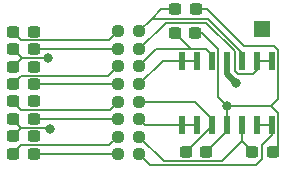
<source format=gtl>
G04 #@! TF.GenerationSoftware,KiCad,Pcbnew,(7.0.0)*
G04 #@! TF.CreationDate,2023-10-24T10:40:17-04:00*
G04 #@! TF.ProjectId,Adc Adapter,41646320-4164-4617-9074-65722e6b6963,rev?*
G04 #@! TF.SameCoordinates,Original*
G04 #@! TF.FileFunction,Copper,L1,Top*
G04 #@! TF.FilePolarity,Positive*
%FSLAX46Y46*%
G04 Gerber Fmt 4.6, Leading zero omitted, Abs format (unit mm)*
G04 Created by KiCad (PCBNEW (7.0.0)) date 2023-10-24 10:40:17*
%MOMM*%
%LPD*%
G01*
G04 APERTURE LIST*
G04 Aperture macros list*
%AMRoundRect*
0 Rectangle with rounded corners*
0 $1 Rounding radius*
0 $2 $3 $4 $5 $6 $7 $8 $9 X,Y pos of 4 corners*
0 Add a 4 corners polygon primitive as box body*
4,1,4,$2,$3,$4,$5,$6,$7,$8,$9,$2,$3,0*
0 Add four circle primitives for the rounded corners*
1,1,$1+$1,$2,$3*
1,1,$1+$1,$4,$5*
1,1,$1+$1,$6,$7*
1,1,$1+$1,$8,$9*
0 Add four rect primitives between the rounded corners*
20,1,$1+$1,$2,$3,$4,$5,0*
20,1,$1+$1,$4,$5,$6,$7,0*
20,1,$1+$1,$6,$7,$8,$9,0*
20,1,$1+$1,$8,$9,$2,$3,0*%
G04 Aperture macros list end*
G04 #@! TA.AperFunction,ComponentPad*
%ADD10RoundRect,0.237500X-0.300000X-0.237500X0.300000X-0.237500X0.300000X0.237500X-0.300000X0.237500X0*%
G04 #@! TD*
G04 #@! TA.AperFunction,SMDPad,CuDef*
%ADD11RoundRect,0.237500X-0.250000X-0.237500X0.250000X-0.237500X0.250000X0.237500X-0.250000X0.237500X0*%
G04 #@! TD*
G04 #@! TA.AperFunction,SMDPad,CuDef*
%ADD12RoundRect,0.237500X-0.300000X-0.237500X0.300000X-0.237500X0.300000X0.237500X-0.300000X0.237500X0*%
G04 #@! TD*
G04 #@! TA.AperFunction,SMDPad,CuDef*
%ADD13RoundRect,0.237500X0.250000X0.237500X-0.250000X0.237500X-0.250000X-0.237500X0.250000X-0.237500X0*%
G04 #@! TD*
G04 #@! TA.AperFunction,ComponentPad*
%ADD14R,1.350000X1.350000*%
G04 #@! TD*
G04 #@! TA.AperFunction,SMDPad,CuDef*
%ADD15R,0.550000X1.500000*%
G04 #@! TD*
G04 #@! TA.AperFunction,ViaPad*
%ADD16C,0.800000*%
G04 #@! TD*
G04 #@! TA.AperFunction,Conductor*
%ADD17C,0.152400*%
G04 #@! TD*
G04 #@! TA.AperFunction,Conductor*
%ADD18C,0.508000*%
G04 #@! TD*
G04 APERTURE END LIST*
D10*
X105919100Y-73124787D03*
X107644100Y-73124787D03*
X105919100Y-68705187D03*
X107644100Y-68705187D03*
D11*
X114786400Y-73188284D03*
X116611400Y-73188284D03*
D10*
X105919100Y-71651587D03*
X107644100Y-71651587D03*
D12*
X119609700Y-62915800D03*
X121334700Y-62915800D03*
D11*
X114786400Y-64240232D03*
X116611400Y-64240232D03*
D10*
X105919100Y-62812387D03*
X107644100Y-62812387D03*
D13*
X116611400Y-71696942D03*
X114786400Y-71696942D03*
D12*
X126162900Y-72999600D03*
X127887900Y-72999600D03*
X120549500Y-72999600D03*
X122274500Y-72999600D03*
D14*
X126949199Y-62585599D03*
D11*
X114786400Y-67222916D03*
X116611400Y-67222916D03*
D15*
X127838199Y-65270399D03*
X126568199Y-65270399D03*
X125298199Y-65270399D03*
X124028199Y-65270399D03*
X122758199Y-65270399D03*
X121488199Y-65270399D03*
X120218199Y-65270399D03*
X120218199Y-70670399D03*
X121488199Y-70670399D03*
X122758199Y-70670399D03*
X124028199Y-70670399D03*
X125298199Y-70670399D03*
X126568199Y-70670399D03*
X127838199Y-70670399D03*
D10*
X105919100Y-70178387D03*
X107644100Y-70178387D03*
D11*
X114786400Y-70205600D03*
X116611400Y-70205600D03*
D13*
X116611400Y-62748890D03*
X114786400Y-62748890D03*
X116611400Y-68714258D03*
X114786400Y-68714258D03*
X116611400Y-65731574D03*
X114786400Y-65731574D03*
D10*
X105919100Y-64285587D03*
X107644100Y-64285587D03*
X105919100Y-65758787D03*
X107644100Y-65758787D03*
D12*
X119635100Y-60909200D03*
X121360100Y-60909200D03*
D10*
X105919100Y-67231987D03*
X107644100Y-67231987D03*
D16*
X109067600Y-71018400D03*
X108889800Y-65049400D03*
X124028200Y-69088000D03*
X124815600Y-67183000D03*
D17*
X128341800Y-64359200D02*
X128341800Y-68484200D01*
X105919100Y-70178387D02*
X105919100Y-70244387D01*
X108997187Y-70947987D02*
X109067600Y-71018400D01*
X123261800Y-64871600D02*
X123261800Y-68321600D01*
X121360100Y-60909200D02*
X122351800Y-60909200D01*
X124028200Y-71245900D02*
X124028200Y-70670400D01*
X105919100Y-70244387D02*
X106622700Y-70947987D01*
X106622700Y-70947987D02*
X108997187Y-70947987D01*
X127738000Y-69088000D02*
X124028200Y-69088000D01*
X123261800Y-68321600D02*
X124028200Y-69088000D01*
X121334700Y-62915800D02*
X121885800Y-62915800D01*
X123261800Y-64291800D02*
X123261800Y-64871600D01*
X105919100Y-64340013D02*
X106628487Y-65049400D01*
X105919100Y-71651587D02*
X106622700Y-70947987D01*
X121885800Y-62915800D02*
X123261800Y-64291800D01*
X124028200Y-70670400D02*
X124028200Y-69088000D01*
X105919100Y-64285587D02*
X105919100Y-64340013D01*
X106628487Y-65049400D02*
X108889800Y-65049400D01*
X122274500Y-72999600D02*
X124028200Y-71245900D01*
X127887900Y-72999600D02*
X128341800Y-72545700D01*
X125425200Y-63982600D02*
X127965200Y-63982600D01*
X128341800Y-72545700D02*
X128341800Y-69691800D01*
X128341800Y-69691800D02*
X127738000Y-69088000D01*
X127965200Y-63982600D02*
X128341800Y-64359200D01*
X122351800Y-60909200D02*
X125425200Y-63982600D01*
X128341800Y-68484200D02*
X127738000Y-69088000D01*
X105919100Y-65758787D02*
X106628487Y-65049400D01*
X114786400Y-64240232D02*
X107689455Y-64240232D01*
X107689455Y-64240232D02*
X107644100Y-64285587D01*
X107653171Y-67222916D02*
X107644100Y-67231987D01*
X114786400Y-67222916D02*
X107653171Y-67222916D01*
X114786400Y-70205600D02*
X107671313Y-70205600D01*
X107671313Y-70205600D02*
X107644100Y-70178387D01*
X107707597Y-73188284D02*
X107644100Y-73124787D01*
X114786400Y-73188284D02*
X107707597Y-73188284D01*
X125298200Y-64627148D02*
X125298200Y-65270400D01*
X122393052Y-61722000D02*
X125298200Y-64627148D01*
X117638290Y-61722000D02*
X122393052Y-61722000D01*
X119635100Y-60909200D02*
X118451090Y-60909200D01*
X116611400Y-62748890D02*
X117638290Y-61722000D01*
X118451090Y-60909200D02*
X117638290Y-61722000D01*
X116611400Y-65731574D02*
X118051174Y-64291800D01*
X122758200Y-64795400D02*
X122758200Y-65270400D01*
X119609700Y-62915800D02*
X120985700Y-64291800D01*
X120985700Y-64291800D02*
X121208800Y-64291800D01*
X118051174Y-64291800D02*
X121208800Y-64291800D01*
X121208800Y-64291800D02*
X122254600Y-64291800D01*
X122254600Y-64291800D02*
X122758200Y-64795400D01*
X120549500Y-72999600D02*
X122758200Y-70790900D01*
X116611400Y-68714258D02*
X121277058Y-68714258D01*
X122758200Y-70195400D02*
X122758200Y-70670400D01*
X121277058Y-68714258D02*
X122758200Y-70195400D01*
X122758200Y-70790900D02*
X122758200Y-70670400D01*
X123571000Y-73787000D02*
X125298200Y-72059800D01*
X116611400Y-71696942D02*
X118701458Y-73787000D01*
X125298200Y-72059800D02*
X125298200Y-70670400D01*
X118701458Y-73787000D02*
X123571000Y-73787000D01*
X126162900Y-72924500D02*
X125298200Y-72059800D01*
X126162900Y-72999600D02*
X126162900Y-72924500D01*
X105919100Y-62812387D02*
X106622700Y-63515987D01*
X106622700Y-63515987D02*
X114019303Y-63515987D01*
X114019303Y-63515987D02*
X114786400Y-62748890D01*
X113989587Y-66528387D02*
X114786400Y-65731574D01*
X106622700Y-66528387D02*
X113989587Y-66528387D01*
X105919100Y-67231987D02*
X106622700Y-66528387D01*
X114091871Y-69408787D02*
X114786400Y-68714258D01*
X105919100Y-68705187D02*
X106622700Y-69408787D01*
X106622700Y-69408787D02*
X114091871Y-69408787D01*
X106622700Y-72421187D02*
X114062155Y-72421187D01*
X114062155Y-72421187D02*
X114786400Y-71696942D01*
X105919100Y-73124787D02*
X106622700Y-72421187D01*
X116611400Y-64240232D02*
X118824832Y-62026800D01*
X126568200Y-66065400D02*
X126568200Y-65270400D01*
X122266800Y-62026800D02*
X124688600Y-64448600D01*
X126212600Y-66421000D02*
X126568200Y-66065400D01*
X124688600Y-64448600D02*
X124688600Y-66143000D01*
X124966600Y-66421000D02*
X126212600Y-66421000D01*
X118824832Y-62026800D02*
X122266800Y-62026800D01*
X124688600Y-66143000D02*
X124966600Y-66421000D01*
X126568200Y-65270400D02*
X127838200Y-65270400D01*
X118563916Y-65270400D02*
X120218200Y-65270400D01*
X120218200Y-65270400D02*
X121488200Y-65270400D01*
X116611400Y-67222916D02*
X118563916Y-65270400D01*
X116611400Y-70205600D02*
X117076200Y-70670400D01*
X117076200Y-70670400D02*
X120218200Y-70670400D01*
X120218200Y-70670400D02*
X121488200Y-70670400D01*
X126460165Y-74091800D02*
X127000000Y-73551965D01*
X126568200Y-70670400D02*
X127838200Y-70670400D01*
X116611400Y-73188284D02*
X117514916Y-74091800D01*
X117514916Y-74091800D02*
X126460165Y-74091800D01*
X127000000Y-72364600D02*
X127838200Y-71526400D01*
X127000000Y-73551965D02*
X127000000Y-72364600D01*
X127838200Y-71526400D02*
X127838200Y-70670400D01*
D18*
X124028200Y-66395600D02*
X124028200Y-65270400D01*
X124815600Y-67183000D02*
X124028200Y-66395600D01*
M02*

</source>
